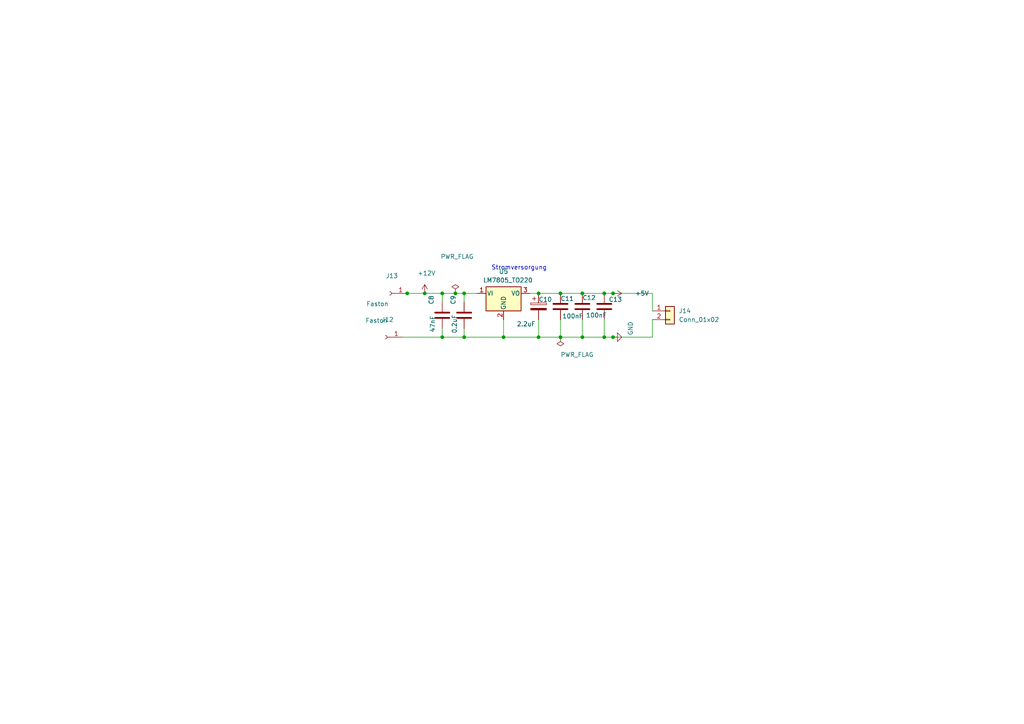
<source format=kicad_sch>
(kicad_sch (version 20231120) (generator "eeschema") (generator_version "8.0")
  (paper "A4")
  (lib_symbols
    (symbol "Connector:Conn_01x01_Socket" (pin_names (offset 1.016) hide)
      (property "Reference" "J" (at 0 2.54 0))
      (property "Value" "Conn_01x01_Socket" (at 0 -2.54 0))
      (symbol "Conn_01x01_Socket_1_1"
        (polyline (pts (xy -1.27 0) (xy -0.508 0)) (stroke (width 0.1524)))
        (arc (start 0 0.508) (mid -0.5058 0) (end 0 -0.508) (stroke (width 0.1524)))
        (pin passive line (at -5.08 0 0) (length 3.81) (name "Pin_1") (number "1"))
      )
    )
    (symbol "Connector_Generic:Conn_01x02" (pin_names (offset 1.016) hide)
      (property "Reference" "J" (at 0 2.54 0))
      (property "Value" "Conn_01x02" (at 0 -5.08 0))
      (symbol "Conn_01x02_1_1"
        (rectangle (start -1.27 -2.413) (end 0 -2.667) (stroke (width 0.1524)))
        (rectangle (start -1.27 0.127) (end 0 -0.127) (stroke (width 0.1524)))
        (rectangle (start -1.27 1.27) (end 1.27 -3.81) (stroke (width 0.254)) (fill (type background)))
        (pin passive line (at -5.08 0 0) (length 3.81) (name "Pin_1") (number "1"))
        (pin passive line (at -5.08 -2.54 0) (length 3.81) (name "Pin_2") (number "2"))
      )
    )
    (symbol "Device:C" (pin_numbers hide) (pin_names (offset 0.254))
      (property "Reference" "C" (at 0.635 2.54 0))
      (property "Value" "C" (at 0.635 -2.54 0))
      (symbol "C_0_1"
        (polyline (pts (xy -2.032 -0.762) (xy 2.032 -0.762)) (stroke (width 0.508)))
        (polyline (pts (xy -2.032 0.762) (xy 2.032 0.762)) (stroke (width 0.508)))
      )
      (symbol "C_1_1"
        (pin passive line (at 0 3.81 270) (length 2.794) (name "~") (number "1"))
        (pin passive line (at 0 -3.81 90) (length 2.794) (name "~") (number "2"))
      )
    )
    (symbol "Device:C_Polarized" (pin_numbers hide) (pin_names (offset 0.254))
      (property "Reference" "C" (at 0.635 2.54 0))
      (property "Value" "C_Polarized" (at 0.635 -2.54 0))
      (symbol "C_Polarized_0_1"
        (rectangle (start -2.286 0.508) (end 2.286 1.016))
        (polyline (pts (xy -1.778 2.286) (xy -0.762 2.286)))
        (polyline (pts (xy -1.27 2.794) (xy -1.27 1.778)))
        (rectangle (start 2.286 -0.508) (end -2.286 -1.016) (fill (type outline)))
      )
      (symbol "C_Polarized_1_1"
        (pin passive line (at 0 3.81 270) (length 2.794) (name "~") (number "1"))
        (pin passive line (at 0 -3.81 90) (length 2.794) (name "~") (number "2"))
      )
    )
    (symbol "Regulator_Linear:LM7810_TO220" (pin_names (offset 0.254))
      (property "Reference" "U" (at -3.81 3.175 0))
      (property "Value" "LM7810_TO220" (at 0 3.175 0))
      (symbol "LM7810_TO220_0_1"
        (rectangle (start -5.08 1.905) (end 5.08 -5.08) (stroke (width 0.254)) (fill (type background)))
      )
      (symbol "LM7810_TO220_1_1"
        (pin power_in line (at -7.62 0 0) (length 2.54) (name "VI") (number "1"))
        (pin power_in line (at 0 -7.62 90) (length 2.54) (name "GND") (number "2"))
        (pin power_out line (at 7.62 0 180) (length 2.54) (name "VO") (number "3"))
      )
    )
    (symbol "power:+10V" (power) (pin_numbers hide) (pin_names (offset 0) hide)
      (property "Value" "+10V" (at 0 3.556 0))
      (symbol "+10V_0_1"
        (polyline (pts (xy -0.762 1.27) (xy 0 2.54)))
        (polyline (pts (xy 0 0) (xy 0 2.54)))
        (polyline (pts (xy 0 2.54) (xy 0.762 1.27)))
      )
      (symbol "+10V_1_1"
        (pin power_in line (at 0 0 90) (length 0) (name "~") (number "1"))
      )
    )
    (symbol "power:+12V" (power) (pin_numbers hide) (pin_names (offset 0) hide)
      (property "Value" "+12V" (at 0 3.556 0))
      (symbol "+12V_0_1"
        (polyline (pts (xy -0.762 1.27) (xy 0 2.54)))
        (polyline (pts (xy 0 0) (xy 0 2.54)))
        (polyline (pts (xy 0 2.54) (xy 0.762 1.27)))
      )
      (symbol "+12V_1_1"
        (pin power_in line (at 0 0 90) (length 0) (name "~") (number "1"))
      )
    )
    (symbol "power:GND" (power) (pin_numbers hide) (pin_names (offset 0) hide)
      (property "Value" "GND" (at 0 -3.81 0))
      (symbol "GND_0_1"
        (polyline (pts (xy 0 0) (xy 0 -1.27) (xy 1.27 -1.27) (xy 0 -2.54) (xy -1.27 -1.27) (xy 0 -1.27)))
      )
      (symbol "GND_1_1"
        (pin power_in line (at 0 0 270) (length 0) (name "~") (number "1"))
      )
    )
    (symbol "power:PWR_FLAG" (power) (pin_numbers hide) (pin_names (offset 0) hide)
      (property "Value" "PWR_FLAG" (at 0 3.81 0))
      (symbol "PWR_FLAG_0_0"
        (pin power_out line (at 0 0 90) (length 0) (name "~") (number "1"))
      )
      (symbol "PWR_FLAG_0_1"
        (polyline (pts (xy 0 0) (xy 0 1.27) (xy -1.016 1.905) (xy 0 2.54) (xy 1.016 1.905) (xy 0 1.27)))
      )
    )
  )
  (junction (at 162.56 85.09))
  (junction (at 123.19 85.09))
  (junction (at 168.91 97.79))
  (junction (at 156.21 85.09))
  (junction (at 162.56 97.79))
  (junction (at 128.27 85.09))
  (junction (at 118.11 85.09))
  (junction (at 156.21 97.79))
  (junction (at 146.05 97.79))
  (junction (at 177.8 85.09))
  (junction (at 168.91 85.09))
  (junction (at 134.62 97.79))
  (junction (at 128.27 97.79))
  (junction (at 134.62 85.09))
  (junction (at 177.8 97.79))
  (junction (at 175.26 97.79))
  (junction (at 132.08 85.09))
  (junction (at 175.26 85.09))
  (wire (pts (xy 175.26 97.79) (xy 168.91 97.79)))
  (wire (pts (xy 134.62 85.09) (xy 134.62 87.63)))
  (wire (pts (xy 175.26 92.71) (xy 175.26 97.79)))
  (wire (pts (xy 118.11 85.09) (xy 123.19 85.09)))
  (wire (pts (xy 128.27 85.09) (xy 123.19 85.09)))
  (wire (pts (xy 175.26 85.09) (xy 177.8 85.09)))
  (wire (pts (xy 175.26 97.79) (xy 177.8 97.79)))
  (wire (pts (xy 128.27 97.79) (xy 134.62 97.79)))
  (wire (pts (xy 189.23 85.09) (xy 189.23 90.17)))
  (wire (pts (xy 128.27 95.25) (xy 128.27 97.79)))
  (wire (pts (xy 177.8 97.79) (xy 189.23 97.79)))
  (wire (pts (xy 156.21 85.09) (xy 162.56 85.09)))
  (wire (pts (xy 162.56 92.71) (xy 162.56 97.79)))
  (wire (pts (xy 156.21 92.71) (xy 156.21 97.79)))
  (wire (pts (xy 162.56 85.09) (xy 168.91 85.09)))
  (wire (pts (xy 146.05 97.79) (xy 146.05 92.71)))
  (wire (pts (xy 132.08 85.09) (xy 128.27 85.09)))
  (wire (pts (xy 168.91 85.09) (xy 175.26 85.09)))
  (wire (pts (xy 189.23 92.71) (xy 189.23 97.79)))
  (wire (pts (xy 168.91 92.71) (xy 168.91 97.79)))
  (wire (pts (xy 153.67 85.09) (xy 156.21 85.09)))
  (wire (pts (xy 128.27 85.09) (xy 128.27 87.63)))
  (wire (pts (xy 156.21 97.79) (xy 162.56 97.79)))
  (wire (pts (xy 134.62 97.79) (xy 146.05 97.79)))
  (wire (pts (xy 134.62 85.09) (xy 132.08 85.09)))
  (wire (pts (xy 162.56 97.79) (xy 168.91 97.79)))
  (wire (pts (xy 116.84 85.09) (xy 118.11 85.09)))
  (wire (pts (xy 177.8 85.09) (xy 189.23 85.09)))
  (wire (pts (xy 116.84 97.79) (xy 128.27 97.79)))
  (wire (pts (xy 146.05 97.79) (xy 156.21 97.79)))
  (wire (pts (xy 138.43 85.09) (xy 134.62 85.09)))
  (wire (pts (xy 134.62 95.25) (xy 134.62 97.79)))
  (text "Stromversorgung" (at 142.494 78.486 0) (effects (font (size 1.27 1.27)) (justify left bottom)))
  (symbol (lib_id "Device:C") (at 168.91 88.9 0) (unit 1)
    (property "Reference" "C12" (at 168.91 86.36 0) (effects (justify left)))
    (property "Value" "100nF" (at 169.926 91.44 0) (effects (justify left)))
    (property "Footprint" "Capacitor_SMD:C_0805_2012Metric" (effects (hide yes)))
    (property "Description" "Unpolarized capacitor" (effects (hide yes)))
  )
  (symbol (lib_id "Connector:Conn_01x01_Socket") (at 111.76 97.79 180) (unit 1)
    (property "Reference" "J12" (at 112.395 92.71 0))
    (property "Value" "Faston" (at 109.22 92.964 0))
    (property "Footprint" "1_vigor:Faston_6-3mm" (effects (hide yes)))
    (property "Description" "Generic connector, single row, 01x01, script generated" (effects (hide yes)))
  )
  (symbol (lib_id "Device:C") (at 134.62 91.44 0) (unit 1)
    (property "Reference" "C9" (at 131.445 86.995 90))
    (property "Value" "0.2uF" (at 131.826 93.98 90))
    (property "Footprint" "Capacitor_SMD:C_0805_2012Metric" (effects (hide yes)))
    (property "Description" "Unpolarized capacitor" (effects (hide yes)))
  )
  (symbol (lib_id "power:GND") (at 177.8 97.79 90) (unit 1)
    (property "Reference" "#PWR013" (effects (hide yes)))
    (property "Value" "GND" (at 182.88 95.25 0))
    (property "Description" "Power symbol creates a global label with name \"GND\" , ground" (effects (hide yes)))
  )
  (symbol (lib_id "power:PWR_FLAG") (at 162.56 97.79 180) (unit 1)
    (property "Reference" "#FLG02" (effects (hide yes)))
    (property "Value" "PWR_FLAG" (at 167.386 102.87 0))
    (property "Description" "Special symbol for telling ERC where power comes from" (effects (hide yes)))
  )
  (symbol (lib_id "Regulator_Linear:LM7810_TO220") (at 146.05 85.09 0) (unit 1)
    (property "Reference" "U5" (at 146.05 78.74 0))
    (property "Value" "LM7805_TO220" (at 147.32 81.28 0))
    (property "Footprint" "Package_TO_SOT_THT:TO-220-3_Vertical" (effects (hide yes)))
    (property "Datasheet" "https://www.onsemi.cn/PowerSolutions/document/MC7800-D.PDF" (effects (hide yes)))
    (property "Description" "Positive 1A 35V Linear Regulator, Fixed Output 10V, TO-220" (effects (hide yes)))
  )
  (symbol (lib_id "power:PWR_FLAG") (at 132.08 85.09 0) (unit 1)
    (property "Reference" "#FLG01" (effects (hide yes)))
    (property "Value" "PWR_FLAG" (at 132.588 74.422 0))
    (property "Description" "Special symbol for telling ERC where power comes from" (effects (hide yes)))
  )
  (symbol (lib_id "Device:C_Polarized") (at 156.21 88.9 0) (unit 1)
    (property "Reference" "C10" (at 156.21 86.868 0) (effects (justify left)))
    (property "Value" "2.2uF" (at 149.86 93.98 0) (effects (justify left)))
    (property "Footprint" "Capacitor_THT:CP_Radial_D8.0mm_P3.50mm" (effects (hide yes)))
    (property "Description" "Polarized capacitor" (effects (hide yes)))
  )
  (symbol (lib_id "Device:C") (at 175.26 88.9 0) (unit 1)
    (property "Reference" "C13" (at 176.53 86.868 0) (effects (justify left)))
    (property "Value" "100nF" (effects (hide yes)))
    (property "Footprint" "Capacitor_SMD:C_0805_2012Metric" (effects (hide yes)))
    (property "Description" "Unpolarized capacitor" (effects (hide yes)))
  )
  (symbol (lib_id "power:+12V") (at 123.19 85.09 0) (unit 1)
    (property "Reference" "#PWR011" (effects (hide yes)))
    (property "Value" "+12V" (at 123.698 79.248 0))
    (property "Description" "Power symbol creates a global label with name \"+12V\"" (effects (hide yes)))
  )
  (symbol (lib_id "power:+10V") (at 177.8 85.09 270) (unit 1)
    (property "Reference" "#PWR012" (effects (hide yes)))
    (property "Value" "+5V" (at 184.15 85.09 90) (effects (justify left)))
    (property "Description" "Power symbol creates a global label with name \"+10V\"" (effects (hide yes)))
  )
  (symbol (lib_id "Device:C") (at 128.27 91.44 0) (unit 1)
    (property "Reference" "C8" (at 125.095 86.995 90))
    (property "Value" "47nF" (at 125.476 93.98 90))
    (property "Footprint" "Capacitor_SMD:C_0805_2012Metric" (effects (hide yes)))
    (property "Description" "Unpolarized capacitor" (effects (hide yes)))
  )
  (symbol (lib_id "Connector_Generic:Conn_01x02") (at 194.31 90.17 0) (unit 1)
    (property "Reference" "J14" (at 196.85 90.1699 0) (effects (justify left)))
    (property "Value" "Conn_01x02" (at 196.85 92.7099 0) (effects (justify left)))
    (property "Footprint" "Connector_JST:JST_XH_B2B-XH-A_1x02_P2.50mm_Vertical" (effects (hide yes)))
    (property "Description" "Generic connector, single row, 01x02, script generated (kicad-library-utils/schlib/autogen/connector/)" (effects (hide yes)))
  )
  (symbol (lib_id "Connector:Conn_01x01_Socket") (at 113.03 85.09 180) (unit 1)
    (property "Reference" "J13" (at 113.665 80.01 0))
    (property "Value" "Faston" (at 109.474 88.138 0))
    (property "Footprint" "1_vigor:Faston_6-3mm" (effects (hide yes)))
    (property "Description" "Generic connector, single row, 01x01, script generated" (effects (hide yes)))
  )
  (symbol (lib_id "Device:C") (at 162.56 88.9 0) (unit 1)
    (property "Reference" "C11" (at 162.56 86.614 0) (effects (justify left)))
    (property "Value" "100nF" (at 163.068 91.694 0) (effects (justify left)))
    (property "Footprint" "Capacitor_SMD:C_0805_2012Metric" (effects (hide yes)))
    (property "Description" "Unpolarized capacitor" (effects (hide yes)))
  )
)
</source>
